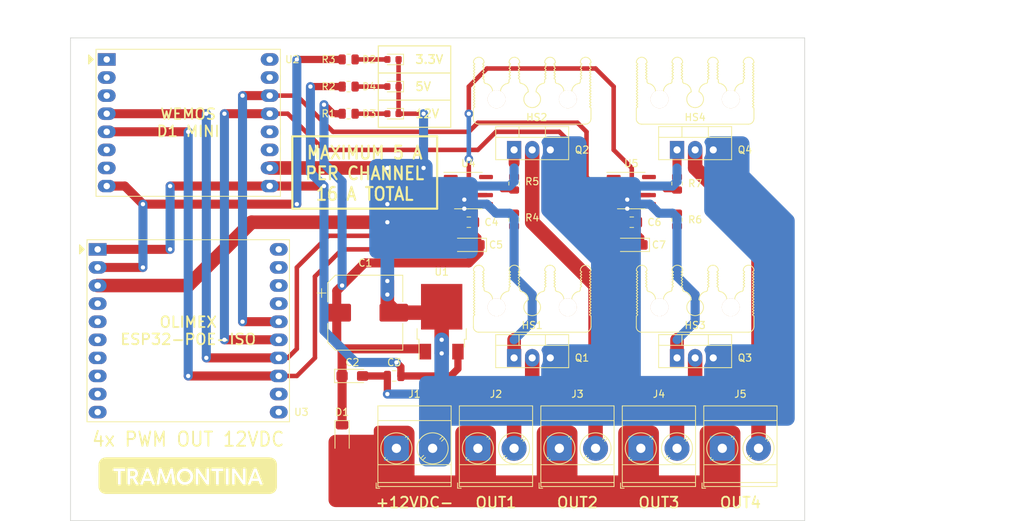
<source format=kicad_pcb>
(kicad_pcb (version 20240108) (generator "pcbnew") (generator_version "8.0")
  (title_block (title "ESP 6 Relay Module"))
  (layers (0 "F.Cu" signal) (31 "B.Cu" signal) (34 "B.Paste" user) (35 "F.Paste" user) (36 "B.SilkS" user "B.Silkscreen") (37 "F.SilkS" user "F.Silkscreen") (38 "B.Mask" user) (39 "F.Mask" user) (44 "Edge.Cuts" user))
  (net 0 "")
  (net 1 "+12VA")
  (net 2 "GNDREF")
  (net 3 "+5V")
  (net 4 "+12V")
  (net 5 "Net-(D2-Pad2)")
  (net 6 "Net-(D3-Pad2)")
  (net 7 "Net-(D4-Pad2)")
  (net 8 "Net-(J2-Pad2)")
  (net 9 "Net-(J3-Pad2)")
  (net 10 "Net-(J4-Pad2)")
  (net 11 "Net-(J5-Pad2)")
  (net 12 "Net-(Q1-Pad1)")
  (net 13 "Net-(Q2-Pad1)")
  (net 14 "Net-(Q3-Pad1)")
  (net 15 "Net-(Q4-Pad1)")
  (net 16 "+3V3")
  (net 20 "Net-(U2-Pad4)")
  (net 21 "Net-(U2-Pad5)")
  (net 26 "Net-(U2-Pad13)")
  (net 27 "Net-(U2-Pad14)")
  (net 47 "Net-(R4-Pad2)")
  (net 48 "Net-(R5-Pad2)")
  (net 49 "Net-(R6-Pad2)")
  (net 50 "Net-(R7-Pad2)")
  (footprint "Tales:TerminalBlock_Phoenix_MKDS-3-2-5.08_1x02_P5.08mm_Horizontal" (layer "F.Cu") (at 121.92 121.92)
    (property "Reference" "J2" (at 2.54 -7.62 0) (layer "F.SilkS"))
    (property "Value" "OUT1")
    (pad "1" thru_hole rect (at 0 0) (size 3.5 3.5) (drill 1.3) (layers "*.Cu" "*.Mask") (net 4 "+12V"))
    (pad "2" thru_hole circle (at 5.08 0) (size 3.5 3.5) (drill 1.3) (layers "*.Cu" "*.Mask") (net 8 "Net-(J2-Pad2)"))
  )
  (footprint "Tales:TerminalBlock_Phoenix_MKDS-3-2-5.08_1x02_P5.08mm_Horizontal" (layer "F.Cu") (at 133.35 121.92)
    (property "Reference" "J3" (at 2.54 -7.62 0) (layer "F.SilkS"))
    (property "Value" "OUT2")
    (pad "1" thru_hole rect (at 0 0) (size 3.5 3.5) (drill 1.3) (layers "*.Cu" "*.Mask") (net 4 "+12V"))
    (pad "2" thru_hole circle (at 5.08 0) (size 3.5 3.5) (drill 1.3) (layers "*.Cu" "*.Mask") (net 9 "Net-(J3-Pad2)"))
  )
  (footprint "Tales:TerminalBlock_Phoenix_MKDS-3-2-5.08_1x02_P5.08mm_Horizontal" (layer "F.Cu") (at 144.78 121.92)
    (property "Reference" "J4" (at 2.54 -7.62 0) (layer "F.SilkS"))
    (property "Value" "OUT3")
    (pad "1" thru_hole rect (at 0 0) (size 3.5 3.5) (drill 1.3) (layers "*.Cu" "*.Mask") (net 4 "+12V"))
    (pad "2" thru_hole circle (at 5.08 0) (size 3.5 3.5) (drill 1.3) (layers "*.Cu" "*.Mask") (net 10 "Net-(J4-Pad2)"))
  )
  (footprint "Tales:TerminalBlock_Phoenix_MKDS-3-2-5.08_1x02_P5.08mm_Horizontal" (layer "F.Cu") (at 156.21 121.92)
    (property "Reference" "J5" (at 2.54 -7.62 0) (layer "F.SilkS"))
    (property "Value" "OUT4")
    (pad "1" thru_hole rect (at 0 0) (size 3.5 3.5) (drill 1.3) (layers "*.Cu" "*.Mask") (net 4 "+12V"))
    (pad "2" thru_hole circle (at 5.08 0) (size 3.5 3.5) (drill 1.3) (layers "*.Cu" "*.Mask") (net 11 "Net-(J5-Pad2)"))
  )
  (footprint "Tales:TerminalBlock_Phoenix_MKDS-3-2-5.08_1x02_P5.08mm_Horizontal" (layer "F.Cu") (at 110.49 121.92)
    (property "Reference" "J1" (at 2.54 -7.62 0) (layer "F.SilkS"))
    (property "Value" "12VDC")
    (pad "1" thru_hole rect (at 0 0) (size 3.5 3.5) (drill 1.3) (layers "*.Cu" "*.Mask") (net 4 "+12V"))
    (pad "2" thru_hole circle (at 5.08 0) (size 3.5 3.5) (drill 1.3) (layers "*.Cu" "*.Mask") (net 2 "GNDREF"))
  )
  (footprint "Tales:Heatsink_16x10x25mm_2xFixationM3" (layer "F.Cu") (at 152.4 72.898)
    (property "Reference" "HS4" (at 0 2.54 0) (layer "F.SilkS"))
    (property "Value" "Heatsink_16x10x25mm_2xFixationM3")
    (pad "" np_thru_hole circle (at -5 0.000001) (size 2.5 2.5) (drill 2.5) (layers "*.Cu" "*.SilkS" "*.Mask"))
    (pad "" np_thru_hole circle (at 5 0) (size 2.5 2.5) (drill 2.5) (layers "*.Cu" "*.SilkS" "*.Mask"))
  )
  (footprint "Tales:Heatsink_16x10x25mm_2xFixationM3" (layer "F.Cu") (at 129.54 102.108)
    (property "Reference" "HS1" (at 0 2.54 0) (layer "F.SilkS"))
    (property "Value" "Heatsink_16x10x25mm_2xFixationM3")
    (pad "" np_thru_hole circle (at -5 0.000001) (size 2.5 2.5) (drill 2.5) (layers "*.Cu" "*.SilkS" "*.Mask"))
    (pad "" np_thru_hole circle (at 5 0) (size 2.5 2.5) (drill 2.5) (layers "*.Cu" "*.SilkS" "*.Mask"))
  )
  (footprint "Tales:Heatsink_16x10x25mm_2xFixationM3" (layer "F.Cu") (at 152.4 102.108)
    (property "Reference" "HS3" (at 0 2.54 0) (layer "F.SilkS"))
    (property "Value" "Heatsink_16x10x25mm_2xFixationM3")
    (pad "" np_thru_hole circle (at -5 0.000001) (size 2.5 2.5) (drill 2.5) (layers "*.Cu" "*.SilkS" "*.Mask"))
    (pad "" np_thru_hole circle (at 5 0) (size 2.5 2.5) (drill 2.5) (layers "*.Cu" "*.SilkS" "*.Mask"))
  )
  (footprint "Tales:Olimex_ESP32-POE_Pads" (layer "F.Cu") (at 68.58 93.98)
    (property "Reference" "U3" (at 28.575 22.86 0) (layer "F.SilkS"))
    (property "Value" "Olimex_ESP32-POE")
    (pad "1" thru_hole rect (at 0 0) (size 2.5 1.75) (drill 0.9) (layers "*.Cu" "*.Mask") (net 3 "+5V"))
    (pad "2" thru_hole oval (at 0 2.54) (size 2.5 1.75) (drill 0.9) (layers "*.Cu" "*.Mask") (net 16 "+3V3"))
    (pad "3" thru_hole oval (at 0 5.08) (size 2.5 1.75) (drill 0.9) (layers "*.Cu" "*.Mask") (net 2 "GNDREF"))
    (pad "4" thru_hole oval (at 0 7.62) (size 2.5 1.75) (drill 0.9) (layers "*.Cu" "*.Mask"))
    (pad "5" thru_hole oval (at 0 10.16) (size 2.5 1.75) (drill 0.9) (layers "*.Cu" "*.Mask"))
    (pad "6" thru_hole oval (at 0 12.7) (size 2.5 1.75) (drill 0.9) (layers "*.Cu" "*.Mask"))
    (pad "7" thru_hole oval (at 0 15.24) (size 2.5 1.75) (drill 0.9) (layers "*.Cu" "*.Mask"))
    (pad "8" thru_hole oval (at 0 17.78) (size 2.5 1.75) (drill 0.9) (layers "*.Cu" "*.Mask"))
    (pad "9" thru_hole oval (at 0 20.32) (size 2.5 1.75) (drill 0.9) (layers "*.Cu" "*.Mask"))
    (pad "10" thru_hole oval (at 0 22.86) (size 2.5 1.75) (drill 0.9) (layers "*.Cu" "*.Mask"))
    (pad "11" thru_hole oval (at 25.4 22.86) (size 2.5 1.75) (drill 0.9) (layers "*.Cu" "*.Mask"))
    (pad "12" thru_hole oval (at 25.4 20.32) (size 2.5 1.75) (drill 0.9) (layers "*.Cu" "*.Mask"))
    (pad "13" thru_hole oval (at 25.4 17.78) (size 2.5 1.75) (drill 0.9) (layers "*.Cu" "*.Mask") (net 21 "Net-(U2-Pad5)"))
    (pad "14" thru_hole oval (at 25.4 15.24) (size 2.5 1.75) (drill 0.9) (layers "*.Cu" "*.Mask") (net 20 "Net-(U2-Pad4)"))
    (pad "15" thru_hole oval (at 25.4 12.7) (size 2.5 1.75) (drill 0.9) (layers "*.Cu" "*.Mask") (net 26 "Net-(U2-Pad13)"))
    (pad "16" thru_hole oval (at 25.4 10.16) (size 2.5 1.75) (drill 0.9) (layers "*.Cu" "*.Mask") (net 27 "Net-(U2-Pad14)"))
    (pad "17" thru_hole oval (at 25.4 7.62) (size 2.5 1.75) (drill 0.9) (layers "*.Cu" "*.Mask"))
    (pad "18" thru_hole oval (at 25.4 5.08) (size 2.5 1.75) (drill 0.9) (layers "*.Cu" "*.Mask"))
    (pad "19" thru_hole oval (at 25.4 2.54) (size 2.5 1.75) (drill 0.9) (layers "*.Cu" "*.Mask"))
    (pad "20" thru_hole oval (at 25.4 0) (size 2.5 1.75) (drill 0.9) (layers "*.Cu" "*.Mask"))
  )
  (footprint "Tales:WEMOS_D1_mini_light_pads" (layer "F.Cu") (at 69.85 67.31)
    (property "Reference" "U2" (at 26.035 0 0) (layer "F.SilkS"))
    (property "Value" "WeMos_D1_mini")
    (pad "1" thru_hole rect (at 0 0) (size 2.5 1.75) (drill 0.9) (layers "*.Cu" "*.Mask"))
    (pad "2" thru_hole oval (at 0 2.54) (size 2.5 1.75) (drill 0.9) (layers "*.Cu" "*.Mask"))
    (pad "3" thru_hole oval (at 0 5.08) (size 2.5 1.75) (drill 0.9) (layers "*.Cu" "*.Mask"))
    (pad "4" thru_hole oval (at 0 7.62) (size 2.5 1.75) (drill 0.9) (layers "*.Cu" "*.Mask") (net 20 "Net-(U2-Pad4)"))
    (pad "5" thru_hole oval (at 0 10.16) (size 2.5 1.75) (drill 0.9) (layers "*.Cu" "*.Mask") (net 21 "Net-(U2-Pad5)"))
    (pad "6" thru_hole oval (at 0 12.7) (size 2.5 1.75) (drill 0.9) (layers "*.Cu" "*.Mask"))
    (pad "7" thru_hole oval (at 0 15.24) (size 2.5 1.75) (drill 0.9) (layers "*.Cu" "*.Mask"))
    (pad "8" thru_hole oval (at 0 17.78) (size 2.5 1.75) (drill 0.9) (layers "*.Cu" "*.Mask") (net 16 "+3V3"))
    (pad "9" thru_hole oval (at 22.86 17.78) (size 2.5 1.75) (drill 0.9) (layers "*.Cu" "*.Mask") (net 3 "+5V"))
    (pad "10" thru_hole oval (at 22.86 15.24) (size 2.5 1.75) (drill 0.9) (layers "*.Cu" "*.Mask") (net 2 "GNDREF"))
    (pad "11" thru_hole oval (at 22.86 12.7) (size 2.5 1.75) (drill 0.9) (layers "*.Cu" "*.Mask"))
    (pad "12" thru_hole oval (at 22.86 10.16) (size 2.5 1.75) (drill 0.9) (layers "*.Cu" "*.Mask"))
    (pad "13" thru_hole oval (at 22.86 7.62) (size 2.5 1.75) (drill 0.9) (layers "*.Cu" "*.Mask") (net 26 "Net-(U2-Pad13)"))
    (pad "14" thru_hole oval (at 22.86 5.08) (size 2.5 1.75) (drill 0.9) (layers "*.Cu" "*.Mask") (net 27 "Net-(U2-Pad14)"))
    (pad "15" thru_hole oval (at 22.86 2.54) (size 2.5 1.75) (drill 0.9) (layers "*.Cu" "*.Mask"))
    (pad "16" thru_hole oval (at 22.86 0) (size 2.5 1.75) (drill 0.9) (layers "*.Cu" "*.Mask"))
  )
  (footprint "Tales:CP_Elec_10x10" (layer "F.Cu") (at 106.12 102.87)
    (property "Reference" "C1" (at 0 -6.985 0) (layer "F.SilkS"))
    (property "Value" "100uF/35V/10x10")
    (pad "1" smd roundrect (at -4 0) (size 4 2.5) (layers "F.Cu" "F.Paste" "F.Mask") (roundrect_rratio 0.1) (net 1 "+12VA"))
    (pad "2" smd roundrect (at 4 0) (size 4 2.5) (layers "F.Cu" "F.Paste" "F.Mask") (roundrect_rratio 0.1) (net 2 "GNDREF"))
  )
  (footprint "Tales:CP_EIA-3216-18_Kemet-A_Pad1.58x1.35mm_HandSolder" (layer "F.Cu") (at 120.65 93.345 180)
    (property "Reference" "C5" (at -3.81 0 0) (layer "F.SilkS"))
    (property "Value" "1uF 35V")
    (pad "1" smd roundrect (at -1.4375 0 180) (size 1.575 1.35) (layers "F.Cu" "F.Paste" "F.Mask") (roundrect_rratio 0.185185) (net 1 "+12VA"))
    (pad "2" smd roundrect (at 1.4375 0 180) (size 1.575 1.35) (layers "F.Cu" "F.Paste" "F.Mask") (roundrect_rratio 0.185185) (net 2 "GNDREF"))
  )
  (footprint "Tales:TO-220-3_Vertical" (layer "F.Cu") (at 127 109.22)
    (property "Reference" "Q1" (at 9.525 0 0) (layer "F.SilkS"))
    (property "Value" "IRLB8721PBF")
    (pad "1" thru_hole rect (at 0 0) (size 2 2.5) (drill 1) (layers "*.Cu" "*.Mask") (net 12 "Net-(Q1-Pad1)"))
    (pad "2" thru_hole oval (at 2.54 0) (size 2 2.5) (drill 1) (layers "*.Cu" "*.Mask") (net 8 "Net-(J2-Pad2)"))
    (pad "3" thru_hole oval (at 5.08 0) (size 2 2.5) (drill 1) (layers "*.Cu" "*.Mask") (net 2 "GNDREF"))
  )
  (footprint "Tales:TO-220-3_Vertical" (layer "F.Cu") (at 127 80.01)
    (property "Reference" "Q2" (at 9.525 0 0) (layer "F.SilkS"))
    (property "Value" "IRLB8721PBF")
    (pad "1" thru_hole rect (at 0 0) (size 2 2.5) (drill 1) (layers "*.Cu" "*.Mask") (net 13 "Net-(Q2-Pad1)"))
    (pad "2" thru_hole oval (at 2.54 0) (size 2 2.5) (drill 1) (layers "*.Cu" "*.Mask") (net 9 "Net-(J3-Pad2)"))
    (pad "3" thru_hole oval (at 5.08 0) (size 2 2.5) (drill 1) (layers "*.Cu" "*.Mask") (net 2 "GNDREF"))
  )
  (footprint "Tales:TO-220-3_Vertical" (layer "F.Cu") (at 149.86 109.22)
    (property "Reference" "Q3" (at 9.525 0 0) (layer "F.SilkS"))
    (property "Value" "IRLB8721PBF")
    (pad "1" thru_hole rect (at 0 0) (size 2 2.5) (drill 1) (layers "*.Cu" "*.Mask") (net 14 "Net-(Q3-Pad1)"))
    (pad "2" thru_hole oval (at 2.54 0) (size 2 2.5) (drill 1) (layers "*.Cu" "*.Mask") (net 10 "Net-(J4-Pad2)"))
    (pad "3" thru_hole oval (at 5.08 0) (size 2 2.5) (drill 1) (layers "*.Cu" "*.Mask") (net 2 "GNDREF"))
  )
  (footprint "Tales:TO-220-3_Vertical" (layer "F.Cu") (at 149.86 80.01)
    (property "Reference" "Q4" (at 9.525 0 0) (layer "F.SilkS"))
    (property "Value" "IRLB8721PBF")
    (pad "1" thru_hole rect (at 0 0) (size 2 2.5) (drill 1) (layers "*.Cu" "*.Mask") (net 15 "Net-(Q4-Pad1)"))
    (pad "2" thru_hole oval (at 2.54 0) (size 2 2.5) (drill 1) (layers "*.Cu" "*.Mask") (net 11 "Net-(J5-Pad2)"))
    (pad "3" thru_hole oval (at 5.08 0) (size 2 2.5) (drill 1) (layers "*.Cu" "*.Mask") (net 2 "GNDREF"))
  )
  (footprint "Tales:SOIC-8_3.9x4.9mm_P1.27mm" (layer "F.Cu") (at 120.585 85.725)
    (property "Reference" "U4" (at 0 -3.81 0) (layer "F.SilkS"))
    (property "Value" "IR4427")
    (pad "1" smd roundrect (at -2.475 -1.905) (size 1.95 0.6) (layers "F.Cu" "F.Paste" "F.Mask"))
    (pad "2" smd roundrect (at -2.475 -0.635) (size 1.95 0.6) (layers "F.Cu" "F.Paste" "F.Mask") (net 20 "Net-(U2-Pad4)"))
    (pad "3" smd roundrect (at -2.475 0.635) (size 1.95 0.6) (layers "F.Cu" "F.Paste" "F.Mask") (net 2 "GNDREF"))
    (pad "4" smd roundrect (at -2.475 1.905) (size 1.95 0.6) (layers "F.Cu" "F.Paste" "F.Mask") (net 21 "Net-(U2-Pad5)"))
    (pad "5" smd roundrect (at 2.475 1.905) (size 1.95 0.6) (layers "F.Cu" "F.Paste" "F.Mask") (net 47 "Net-(R4-Pad2)"))
    (pad "6" smd roundrect (at 2.475 0.635) (size 1.95 0.6) (layers "F.Cu" "F.Paste" "F.Mask") (net 1 "+12VA"))
    (pad "7" smd roundrect (at 2.475 -0.635) (size 1.95 0.6) (layers "F.Cu" "F.Paste" "F.Mask") (net 48 "Net-(R5-Pad2)"))
    (pad "8" smd roundrect (at 2.475 -1.905) (size 1.95 0.6) (layers "F.Cu" "F.Paste" "F.Mask"))
  )
  (footprint "Tales:SOIC-8_3.9x4.9mm_P1.27mm" (layer "F.Cu") (at 143.445 85.725)
    (property "Reference" "U5" (at 0 -3.81 0) (layer "F.SilkS"))
    (property "Value" "IR4427")
    (pad "1" smd roundrect (at -2.475 -1.905) (size 1.95 0.6) (layers "F.Cu" "F.Paste" "F.Mask"))
    (pad "2" smd roundrect (at -2.475 -0.635) (size 1.95 0.6) (layers "F.Cu" "F.Paste" "F.Mask") (net 27 "Net-(U2-Pad14)"))
    (pad "3" smd roundrect (at -2.475 0.635) (size 1.95 0.6) (layers "F.Cu" "F.Paste" "F.Mask") (net 2 "GNDREF"))
    (pad "4" smd roundrect (at -2.475 1.905) (size 1.95 0.6) (layers "F.Cu" "F.Paste" "F.Mask") (net 26 "Net-(U2-Pad13)"))
    (pad "5" smd roundrect (at 2.475 1.905) (size 1.95 0.6) (layers "F.Cu" "F.Paste" "F.Mask") (net 49 "Net-(R6-Pad2)"))
    (pad "6" smd roundrect (at 2.475 0.635) (size 1.95 0.6) (layers "F.Cu" "F.Paste" "F.Mask") (net 1 "+12VA"))
    (pad "7" smd roundrect (at 2.475 -0.635) (size 1.95 0.6) (layers "F.Cu" "F.Paste" "F.Mask") (net 50 "Net-(R7-Pad2)"))
    (pad "8" smd roundrect (at 2.475 -1.905) (size 1.95 0.6) (layers "F.Cu" "F.Paste" "F.Mask"))
  )
  (footprint "Tales:Heatsink_16x10x25mm_2xFixationM3" (layer "F.Cu") (at 129.54 72.898)
    (property "Reference" "HS2" (at 0.635 2.540001 0) (layer "F.SilkS"))
    (property "Value" "Heatsink_16x10x25mm_2xFixationM3")
    (pad "" np_thru_hole circle (at -5 0.000001) (size 2.5 2.5) (drill 2.5) (layers "*.Cu" "*.SilkS" "*.Mask"))
    (pad "" np_thru_hole circle (at 5 0) (size 2.5 2.5) (drill 2.5) (layers "*.Cu" "*.SilkS" "*.Mask"))
  )
  (footprint "Tales:TO-252-2" (layer "F.Cu") (at 116.84 104.14 90)
    (property "Reference" "U1" (at 6.985 0 180) (layer "F.SilkS"))
    (property "Value" "L78M05")
    (pad "1" smd rect (at -4.2 -2.28 90) (size 2.2 1.6) (layers "F.Cu" "F.Paste" "F.Mask") (net 1 "+12VA"))
    (pad "2" smd rect (at 2.1 0 90) (size 6.4 5.8) (layers "F.Cu" "F.Mask") (net 2 "GNDREF"))
    (pad "3" smd rect (at -4.2 2.28 90) (size 2.2 1.6) (layers "F.Cu" "F.Paste" "F.Mask") (net 3 "+5V"))
  )
  (footprint "Tales:CP_EIA-3216-18_Kemet-A_Pad1.58x1.35mm_HandSolder" (layer "F.Cu") (at 143.51 93.345 180)
    (property "Reference" "C7" (at -3.81 0 0) (layer "F.SilkS"))
    (property "Value" "1uF 35V")
    (pad "1" smd roundrect (at -1.4375 0 180) (size 1.575 1.35) (layers "F.Cu" "F.Paste" "F.Mask") (roundrect_rratio 0.185185) (net 1 "+12VA"))
    (pad "2" smd roundrect (at 1.4375 0 180) (size 1.575 1.35) (layers "F.Cu" "F.Paste" "F.Mask") (roundrect_rratio 0.185185) (net 2 "GNDREF"))
  )
  (footprint "Tales:CP_EIA-3216-18_Kemet-A_Pad1.58x1.35mm_HandSolder" (layer "F.Cu") (at 104.3075 111.76)
    (property "Reference" "C2" (at 0 -1.905 0) (layer "F.SilkS"))
    (property "Value" "0,33uF/35V")
    (pad "1" smd roundrect (at -1.4375 0) (size 1.575 1.35) (layers "F.Cu" "F.Paste" "F.Mask") (roundrect_rratio 0.185185) (net 1 "+12VA"))
    (pad "2" smd roundrect (at 1.4375 0) (size 1.575 1.35) (layers "F.Cu" "F.Paste" "F.Mask") (roundrect_rratio 0.185185) (net 2 "GNDREF"))
  )
  (footprint "Tales:Logo_Tramontina_25mm" (layer "F.Cu") (at 81.28 125.73)
    (property "Reference" "REF**" (hide yes))
    (property "Value" "Logo_Tramontina_25mm" (hide yes))
  )
  (footprint "Tales:R_0805_2012Metric" (layer "F.Cu") (at 103.7825 74.93)
    (property "Reference" "R1" (at -2.8175 0 0) (layer "F.SilkS"))
    (property "Value" "2k2/0,125W/0805")
    (pad "1" smd roundrect (at -0.9125 0) (size 1.025 1.4) (layers "F.Cu" "F.Paste" "F.Mask") (roundrect_rratio 0.243902) (net 1 "+12VA"))
    (pad "2" smd roundrect (at 0.9125 0) (size 1.025 1.4) (layers "F.Cu" "F.Paste" "F.Mask") (roundrect_rratio 0.243902) (net 6 "Net-(D3-Pad2)"))
  )
  (footprint "Tales:R_0805_2012Metric" (layer "F.Cu") (at 103.7825 71.12)
    (property "Reference" "R2" (at -2.8175 0 0) (layer "F.SilkS"))
    (property "Value" "680R/0,125W/0805")
    (pad "1" smd roundrect (at -0.9125 0) (size 1.025 1.4) (layers "F.Cu" "F.Paste" "F.Mask") (roundrect_rratio 0.243902) (net 3 "+5V"))
    (pad "2" smd roundrect (at 0.9125 0) (size 1.025 1.4) (layers "F.Cu" "F.Paste" "F.Mask") (roundrect_rratio 0.243902) (net 7 "Net-(D4-Pad2)"))
  )
  (footprint "Tales:R_0805_2012Metric" (layer "F.Cu") (at 103.7825 67.31)
    (property "Reference" "R3" (at -2.8175 0 0) (layer "F.SilkS"))
    (property "Value" "270R/0,125W/0805")
    (pad "1" smd roundrect (at -0.9125 0) (size 1.025 1.4) (layers "F.Cu" "F.Paste" "F.Mask") (roundrect_rratio 0.243902) (net 16 "+3V3"))
    (pad "2" smd roundrect (at 0.9125 0) (size 1.025 1.4) (layers "F.Cu" "F.Paste" "F.Mask") (roundrect_rratio 0.243902) (net 5 "Net-(D2-Pad2)"))
  )
  (footprint "Tales:LED_0603_1608Metric" (layer "F.Cu") (at 110.0075 67.31 180)
    (property "Reference" "D2" (at 3.3275 0 0) (layer "F.SilkS"))
    (property "Value" "GREEN/0603")
    (pad "1" smd roundrect (at -0.7875 0 180) (size 0.875 0.95) (layers "F.Cu" "F.Paste" "F.Mask") (net 2 "GNDREF"))
    (pad "2" smd roundrect (at 0.7875 0 180) (size 0.875 0.95) (layers "F.Cu" "F.Paste" "F.Mask") (net 5 "Net-(D2-Pad2)"))
  )
  (footprint "Tales:LED_0603_1608Metric" (layer "F.Cu") (at 110.0075 74.93 180)
    (property "Reference" "D3" (at 3.3275 0 0) (layer "F.SilkS"))
    (property "Value" "GREEN/0603")
    (pad "1" smd roundrect (at -0.7875 0 180) (size 0.875 0.95) (layers "F.Cu" "F.Paste" "F.Mask") (net 2 "GNDREF"))
    (pad "2" smd roundrect (at 0.7875 0 180) (size 0.875 0.95) (layers "F.Cu" "F.Paste" "F.Mask") (net 6 "Net-(D3-Pad2)"))
  )
  (footprint "Tales:LED_0603_1608Metric" (layer "F.Cu") (at 110.0075 71.12 180)
    (property "Reference" "D4" (at 3.3275 0 0) (layer "F.SilkS"))
    (property "Value" "GREEN/0603")
    (pad "1" smd roundrect (at -0.7875 0 180) (size 0.875 0.95) (layers "F.Cu" "F.Paste" "F.Mask") (net 2 "GNDREF"))
    (pad "2" smd roundrect (at 0.7875 0 180) (size 0.875 0.95) (layers "F.Cu" "F.Paste" "F.Mask") (net 7 "Net-(D4-Pad2)"))
  )
  (footprint "Tales:D_SOD-123" (layer "F.Cu") (at 102.87 120.27 -90)
    (property "Reference" "D1" (at -3.43 0 180) (layer "F.SilkS"))
    (property "Value" "SM4007PL/SOD-123")
    (pad "1" smd roundrect (at -1.65 0 270) (size 1.3 1.75) (layers "F.Cu" "F.Paste" "F.Mask") (net 1 "+12VA"))
    (pad "2" smd roundrect (at 1.65 0 270) (size 1.3 1.75) (layers "F.Cu" "F.Paste" "F.Mask") (net 4 "+12V"))
  )
  (footprint "Tales:R_0805_2012Metric" (layer "F.Cu") (at 127 89.8125 90)
    (property "Reference" "R4" (at 0.2775 2.54 180) (layer "F.SilkS"))
    (property "Value" "0R/0,125W/0805")
    (pad "1" smd roundrect (at -0.9125 0 90) (size 1.025 1.4) (layers "F.Cu" "F.Paste" "F.Mask") (roundrect_rratio 0.243902) (net 12 "Net-(Q1-Pad1)"))
    (pad "2" smd roundrect (at 0.9125 0 90) (size 1.025 1.4) (layers "F.Cu" "F.Paste" "F.Mask") (roundrect_rratio 0.243902) (net 47 "Net-(R4-Pad2)"))
  )
  (footprint "Tales:R_0805_2012Metric" (layer "F.Cu") (at 149.86 89.8125 90)
    (property "Reference" "R6" (at 0 2.54 180) (layer "F.SilkS"))
    (property "Value" "0R/0,125W/0805")
    (pad "1" smd roundrect (at -0.9125 0 90) (size 1.025 1.4) (layers "F.Cu" "F.Paste" "F.Mask") (roundrect_rratio 0.243902) (net 14 "Net-(Q3-Pad1)"))
    (pad "2" smd roundrect (at 0.9125 0 90) (size 1.025 1.4) (layers "F.Cu" "F.Paste" "F.Mask") (roundrect_rratio 0.243902) (net 49 "Net-(R6-Pad2)"))
  )
  (footprint "Tales:R_0805_2012Metric" (layer "F.Cu") (at 127 84.7325 -90)
    (property "Reference" "R5" (at -0.2775 -2.54 180) (layer "F.SilkS"))
    (property "Value" "0R/0,125W/0805")
    (pad "1" smd roundrect (at -0.9125 0 270) (size 1.025 1.4) (layers "F.Cu" "F.Paste" "F.Mask") (roundrect_rratio 0.243902) (net 13 "Net-(Q2-Pad1)"))
    (pad "2" smd roundrect (at 0.9125 0 270) (size 1.025 1.4) (layers "F.Cu" "F.Paste" "F.Mask") (roundrect_rratio 0.243902) (net 48 "Net-(R5-Pad2)"))
  )
  (footprint "Tales:R_0805_2012Metric" (layer "F.Cu") (at 149.86 84.7325 -90)
    (property "Reference" "R7" (at 0 -2.54 180) (layer "F.SilkS"))
    (property "Value" "0R/0,125W/0805")
    (pad "1" smd roundrect (at -0.9125 0 270) (size 1.025 1.4) (layers "F.Cu" "F.Paste" "F.Mask") (roundrect_rratio 0.243902) (net 15 "Net-(Q4-Pad1)"))
    (pad "2" smd roundrect (at 0.9125 0 270) (size 1.025 1.4) (layers "F.Cu" "F.Paste" "F.Mask") (roundrect_rratio 0.243902) (net 50 "Net-(R7-Pad2)"))
  )
  (footprint "Tales:C_0805_2012Metric" (layer "F.Cu") (at 120.65 90.17 180)
    (property "Reference" "C4" (at -3.175 0 0) (layer "F.SilkS"))
    (property "Value" "0,1uF/50V/0805")
    (pad "1" smd roundrect (at -0.95 0 180) (size 1 1.45) (layers "F.Cu" "F.Paste" "F.Mask") (net 1 "+12VA"))
    (pad "2" smd roundrect (at 0.95 0 180) (size 1 1.45) (layers "F.Cu" "F.Paste" "F.Mask") (net 2 "GNDREF"))
  )
  (footprint "Tales:C_0805_2012Metric" (layer "F.Cu") (at 143.51 90.17 180)
    (property "Reference" "C6" (at -3.175 0 0) (layer "F.SilkS"))
    (property "Value" "0,1uF/50V/0805")
    (pad "1" smd roundrect (at -0.95 0 180) (size 1 1.45) (layers "F.Cu" "F.Paste" "F.Mask") (net 1 "+12VA"))
    (pad "2" smd roundrect (at 0.95 0 180) (size 1 1.45) (layers "F.Cu" "F.Paste" "F.Mask") (net 2 "GNDREF"))
  )
  (footprint "Tales:C_0805_2012Metric" (layer "F.Cu") (at 110.17 111.76 180)
    (property "Reference" "C3" (at 0 1.905 0) (layer "F.SilkS"))
    (property "Value" "0,1uF/50V/0805")
    (pad "1" smd roundrect (at -0.95 0 180) (size 1 1.45) (layers "F.Cu" "F.Paste" "F.Mask") (net 3 "+5V"))
    (pad "2" smd roundrect (at 0.95 0 180) (size 1 1.45) (layers "F.Cu" "F.Paste" "F.Mask") (net 2 "GNDREF"))
  )
  (gr_line (start 107.95 69.215) (end 118.11 69.215) (stroke (width 0.15)) (layer "F.SilkS"))
  (gr_line (start 118.11 76.835) (end 118.11 65.405) (stroke (width 0.15)) (layer "F.SilkS"))
  (gr_line (start 107.95 76.835) (end 118.11 76.835) (stroke (width 0.15)) (layer "F.SilkS"))
  (gr_line (start 118.11 65.405) (end 107.95 65.405) (stroke (width 0.15)) (layer "F.SilkS"))
  (gr_line (start 107.95 73.025) (end 118.11 73.025) (stroke (width 0.15)) (layer "F.SilkS"))
  (gr_line (start 107.95 65.405) (end 107.95 76.835) (stroke (width 0.15)) (layer "F.SilkS"))
  (gr_line (start 95.885 88.265) (end 95.885 78.105) (stroke (width 0.3)) (layer "F.SilkS"))
  (gr_line (start 116.205 78.105) (end 116.205 88.265) (stroke (width 0.3)) (layer "F.SilkS"))
  (gr_line (start 95.885 78.105) (end 116.205 78.105) (stroke (width 0.3)) (layer "F.SilkS"))
  (gr_line (start 116.205 88.265) (end 95.885 88.265) (stroke (width 0.3)) (layer "F.SilkS"))
  (gr_line (start 64.77 132.08) (end 167.77 132.08) (stroke (width 0.1)) (layer "Edge.Cuts"))
  (gr_line (start 167.77 64.28) (end 64.77 64.28) (stroke (width 0.1)) (layer "Edge.Cuts"))
  (gr_line (start 167.77 132.08) (end 167.77 64.28) (stroke (width 0.1)) (layer "Edge.Cuts"))
  (gr_line (start 64.77 64.28) (end 64.77 132.08) (stroke (width 0.1)) (layer "Edge.Cuts"))
  (gr_text "OUT2" (at 135.89 129.54 0) (layer "F.SilkS") (effects (font (size 1.5 1.5) (thickness 0.25))))
  (gr_text "OUT1" (at 124.46 129.54 0) (layer "F.SilkS") (effects (font (size 1.5 1.5) (thickness 0.25))))
  (gr_text "OUT3" (at 147.32 129.54 0) (layer "F.SilkS") (effects (font (size 1.5 1.5) (thickness 0.25))))
  (gr_text "OUT4" (at 158.75 129.54 0) (layer "F.SilkS") (effects (font (size 1.5 1.5) (thickness 0.25))))
  (gr_text "+12VDC-" (at 113.03 129.54 0) (layer "F.SilkS") (effects (font (size 1.5 1.5) (thickness 0.25))))
  (gr_text "4x PWM OUT 12VDC" (at 81.28 120.65 0) (layer "F.SilkS") (effects (font (size 2 1.8) (thickness 0.25))))
  (gr_text "12V" (at 113.03 74.93 0) (layer "F.SilkS") (effects (font (size 1.2 1.2) (thickness 0.2)) (justify left)))
  (gr_text "5V" (at 113.03 71.12 0) (layer "F.SilkS") (effects (font (size 1.2 1.2) (thickness 0.2)) (justify left)))
  (gr_text "3.3V" (at 113.03 67.31 0) (layer "F.SilkS") (effects (font (size 1.2 1.2) (thickness 0.2)) (justify left)))
  (gr_text "WEMOS\nD1 MINI" (at 81.28 76.2 0) (layer "F.SilkS") (effects (font (size 1.5 1.5) (thickness 0.25))))
  (gr_text "OLIMEX\nESP32-POE-ISO" (at 81.28 105.41 0) (layer "F.SilkS") (effects (font (size 1.5 1.5) (thickness 0.25))))
  (gr_text "MAXIMUM 5 A\nPER CHANNEL\n16 A TOTAL" (at 106.045 83.312 0) (layer "F.SilkS") (effects (font (size 1.8 1.6) (thickness 0.3))))
  (segment (start 120.65 95.885) (end 122.0875 94.4475) (width 1.27) (layer "F.Cu") (net 1))
  (segment (start 122.0875 94.4475) (end 122.0875 93.345) (width 1.27) (layer "F.Cu") (net 1))
  (segment (start 102.87 107.95) (end 114.17 107.95) (width 1.27) (layer "F.Cu") (net 1))
  (segment (start 138.43 68.58) (end 123.19 68.58) (width 0.635) (layer "F.Cu") (net 1))
  (segment (start 144.46 90.17) (end 144.46 91.755) (width 0.635) (layer "F.Cu") (net 1))
  (segment (start 120.65 85.725) (end 120.65 81.28) (width 0.635) (layer "F.Cu") (net 1))
  (segment (start 121.6 90.17) (end 121.6 88.58) (width 0.635) (layer "F.Cu") (net 1))
  (segment (start 121.6 88.58) (end 121.285 88.265) (width 0.635) (layer "F.Cu") (net 1))
  (segment (start 144.46 91.755) (end 144.9475 92.2425) (width 0.635) (layer "F.Cu") (net 1))
  (segment (start 143.51 82.55) (end 140.97 80.01) (width 0.635) (layer "F.Cu") (net 1))
  (segment (start 114.17 107.95) (end 114.56 108.34) (width 1.27) (layer "F.Cu") (net 1))
  (segment (start 120.65 85.725) (end 121.285 86.36) (width 0.635) (layer "F.Cu") (net 1))
  (segment (start 102.87 111.76) (end 102.87 118.62) (width 1.27) (layer "F.Cu") (net 1))
  (segment (start 144.145 88.265) (end 144.145 86.36) (width 0.635) (layer "F.Cu") (net 1))
  (segment (start 121.285 88.265) (end 121.285 86.36) (width 0.635) (layer "F.Cu") (net 1))
  (segment (start 122.0875 92.2425) (end 122.0875 93.345) (width 0.635) (layer "F.Cu") (net 1))
  (segment (start 100.33 73.66) (end 101.6 74.93) (width 1.016) (layer "F.Cu") (net 1))
  (segment (start 102.87 99.06) (end 106.045 95.885) (width 1.27) (layer "F.Cu") (net 1))
  (segment (start 144.145 86.36) (end 143.51 85.725) (width 0.635) (layer "F.Cu") (net 1))
  (segment (start 102.12 102.87) (end 102.12 99.81) (width 1.27) (layer "F.Cu") (net 1))
  (segment (start 101.6 74.93) (end 102.87 74.93) (width 1.016) (layer "F.Cu") (net 1))
  (segment (start 140.97 71.12) (end 138.43 68.58) (width 0.635) (layer "F.Cu") (net 1))
  (segment (start 144.9475 92.2425) (end 144.9475 93.345) (width 0.635) (layer "F.Cu") (net 1))
  (segment (start 143.51 85.725) (end 143.51 82.55) (width 0.635) (layer "F.Cu") (net 1))
  (segment (start 140.97 80.01) (end 140.97 71.12) (width 0.635) (layer "F.Cu") (net 1))
  (segment (start 106.045 95.885) (end 120.65 95.885) (width 1.27) (layer "F.Cu") (net 1))
  (segment (start 102.12 102.87) (end 102.12 107.2) (width 1.27) (layer "F.Cu") (net 1))
  (segment (start 102.12 99.81) (end 102.87 99.06) (width 1.27) (layer "F.Cu") (net 1))
  (segment (start 102.12 107.2) (end 102.87 107.95) (width 1.27) (layer "F.Cu") (net 1))
  (segment (start 102.87 111.76) (end 102.87 107.95) (width 1.27) (layer "F.Cu") (net 1))
  (segment (start 121.6 91.755) (end 122.0875 92.2425) (width 0.635) (layer "F.Cu") (net 1))
  (segment (start 144.145 86.36) (end 145.985 86.36) (width 0.635) (layer "F.Cu") (net 1))
  (segment (start 123.19 68.58) (end 120.65 71.12) (width 0.635) (layer "F.Cu") (net 1))
  (segment (start 120.65 71.12) (end 120.65 74.93) (width 0.635) (layer "F.Cu") (net 1))
  (segment (start 121.6 90.17) (end 121.6 91.755) (width 0.635) (layer "F.Cu") (net 1))
  (segment (start 144.46 88.58) (end 144.145 88.265) (width 0.635) (layer "F.Cu") (net 1))
  (segment (start 144.46 90.17) (end 144.46 88.58) (width 0.635) (layer "F.Cu") (net 1))
  (segment (start 121.285 86.36) (end 123.06 86.36) (width 0.635) (layer "F.Cu") (net 1))
  (via (at 120.65 74.93) (size 1.2) (drill 0.6) (layers "F.Cu" "B.Cu") (net 1))
  (via (at 120.65 81.28) (size 1.2) (drill 0.6) (layers "F.Cu" "B.Cu") (net 1))
  (via (at 100.33 73.66) (size 1.2) (drill 0.6) (layers "F.Cu" "B.Cu") (net 1))
  (via (at 102.87 99.06) (size 1.2) (drill 0.6) (layers "F.Cu" "B.Cu") (net 1))
  (segment (start 102.87 84.455) (end 102.87 99.06) (width 1.27) (layer "B.Cu") (net 1))
  (segment (start 100.33 73.66) (end 100.33 81.915) (width 1.27) (layer "B.Cu") (net 1))
  (segment (start 100.33 81.915) (end 102.87 84.455) (width 1.27) (layer "B.Cu") (net 1))
  (segment (start 120.65 74.93) (end 120.65 81.28) (width 0.635) (layer "B.Cu") (net 1))
  (segment (start 109.22 90.17) (end 90.17 90.17) (width 1.905) (layer "F.Cu") (net 2))
  (segment (start 142.875 88.265) (end 142.875 86.995) (width 1.27) (layer "F.Cu") (net 2))
  (segment (start 120.015 88.265) (end 120.015 86.995) (width 1.27) (layer "F.Cu") (net 2))
  (segment (start 120.015 86.995) (end 119.38 86.36) (width 0.635) (layer "F.Cu") (net 2))
  (segment (start 119.38 86.36) (end 118.11 86.36) (width 0.635) (layer "F.Cu") (net 2))
  (segment (start 90.17 90.17) (end 81.28 99.06) (width 1.905) (layer "F.Cu") (net 2))
  (segment (start 116.01 102.87) (end 116.84 102.04) (width 2.032) (layer "F.Cu") (net 2))
  (segment (start 109.22 114.3) (end 109.22 111.76) (width 1.016) (layer "F.Cu") (net 2))
  (segment (start 119.7 90.17) (end 119.7 91.755) (width 0.635) (layer "F.Cu") (net 2))
  (segment (start 142.56 91.755) (end 142.0725 92.2425) (width 0.635) (layer "F.Cu") (net 2))
  (segment (start 142.56 90.17) (end 142.56 91.755) (width 0.635) (layer "F.Cu") (net 2))
  (segment (start 142.875 86.995) (end 142.24 86.36) (width 0.635) (layer "F.Cu") (net 2))
  (segment (start 141.9475 93.22) (end 142.0725 93.345) (width 1.27) (layer "F.Cu") (net 2))
  (segment (start 119.2125 92.2425) (end 119.2125 93.345) (width 0.635) (layer "F.Cu") (net 2))
  (segment (start 110.12 102.5) (end 109.22 101.6) (width 1.905) (layer "F.Cu") (net 2))
  (segment (start 110.795 71.12) (end 110.795 67.31) (width 0.635) (layer "F.Cu") (net 2))
  (segment (start 120.015 88.265) (end 120.015 89.855) (width 0.635) (layer "F.Cu") (net 2))
  (segment (start 109.22 90.17) (end 109.22 87.63) (width 1.905) (layer "F.Cu") (net 2))
  (segment (start 109.22 111.76) (end 105.745 111.76) (width 1.016) (layer "F.Cu") (net 2))
  (segment (start 116.84 108.585) (end 116.84 102.04) (width 2.032) (layer "F.Cu") (net 2))
  (segment (start 110.12 102.87) (end 110.12 102.5) (width 1.905) (layer "F.Cu") (net 2))
  (segment (start 120.015 89.855) (end 119.7 90.17) (width 0.635) (layer "F.Cu") (net 2))
  (segment (start 110.12 102.87) (end 116.01 102.87) (width 2.032) (layer "F.Cu") (net 2))
  (segment (start 142.24 86.36) (end 141.035 86.36) (width 0.635) (layer "F.Cu") (net 2))
  (segment (start 109.22 82.55) (end 114.3 82.55) (width 1.905) (layer "F.Cu") (net 2))
  (segment (start 110.795 74.93) (end 110.795 71.12) (width 0.635) (layer "F.Cu") (net 2))
  (segment (start 114.3 74.93) (end 110.795 74.93) (width 0.635) (layer "F.Cu") (net 2))
  (segment (start 81.28 99.06) (end 68.58 99.06) (width 1.905) (layer "F.Cu") (net 2))
  (segment (start 142.875 89.855) (end 142.56 90.17) (width 0.635) (layer "F.Cu") (net 2))
  (segment (start 142.0725 92.2425) (end 142.0725 93.345) (width 0.635) (layer "F.Cu") (net 2))
  (segment (start 142.875 88.265) (end 142.875 89.855) (width 0.635) (layer "F.Cu") (net 2))
  (segment (start 92.71 82.55) (end 109.22 82.55) (width 1.905) (layer "F.Cu") (net 2))
  (segment (start 109.22 101.6) (end 109.22 98.425) (width 1.905) (layer "F.Cu") (net 2))
  (segment (start 119.7 91.755) (end 119.2125 92.2425) (width 0.635) (layer "F.Cu") (net 2))
  (via (at 142.875 86.995) (size 1.2) (drill 0.6) (layers "F.Cu" "B.Cu") (net 2))
  (via (at 116.84 108.585) (size 1.2) (drill 0.6) (layers "F.Cu" "B.Cu") (net 2))
  (via (at 109.22 87.63) (size 1.2) (drill 0.6) (layers "F.Cu" "B.Cu") (net 2))
  (via (at 120.015 86.995) (size 1.2) (drill 0.6) (layers "F.Cu" "B.Cu") (net 2))
  (via (at 109.22 98.425) (size 1.2) (drill 0.6) (layers "F.Cu" "B.Cu") (net 2))
  (via (at 109.22 82.55) (size 1.2) (drill 0.6) (layers "F.Cu" "B.Cu") (net 2))
  (via (at 109.22 90.17) (size 1.2) (drill 0.6) (layers "F.Cu" "B.Cu") (net 2))
  (via (at 109.22 100.33) (size 1.2) (drill 0.6) (layers "F.Cu" "B.Cu") (net 2))
  (via (at 114.3 74.93) (size 1.2) (drill 0.6) (layers "F.Cu" "B.Cu") (net 2))
  (via (at 120.015 88.265) (size 1.2) (drill 0.6) (layers "F.Cu" "B.Cu") (net 2))
  (via (at 109.22 114.3) (size 1.2) (drill 0.6) (layers "F.Cu" "B.Cu") (net 2))
  (via (at 142.875 88.265) (size 1.2) (drill 0.6) (layers "F.Cu" "B.Cu") (net 2))
  (via (at 114.3 82.55) (size 1.2) (drill 0.6) (layers "F.Cu" "B.Cu") (net 2))
  (via (at 116.84 106.68) (size 1.2) (drill 0.6) (layers "F.Cu" "B.Cu") (net 2))
  (segment (start 116.84 108.585) (end 116.84 106.68) (width 2.032) (layer "B.Cu") (net 2))
  (segment (start 144.145 87.63) (end 146.05 87.63) (width 1.27) (layer "B.Cu") (net 2))
  (segment (start 133.35 81.28) (end 133.35 88.9) (width 2.032) (layer "B.Cu") (net 2))
  (segment (start 115.57 116.84) (end 115.57 114.3) (width 2.032) (layer "B.Cu") (net 2))
  (segment (start 142.875 86.995) (end 142.875 85.725) (width 1.27) (layer "B.Cu") (net 2))
  (segment (start 156.21 109.22) (end 154.94 109.22) (width 2.032) (layer "B.Cu") (net 2))
  (segment (start 116.84 113.03) (end 116.84 108.585) (width 2.032) (layer "B.Cu") (net 2))
  (segment (start 115.57 114.3) (end 109.22 114.3) (width 1.27) (layer "B.Cu") (net 2))
  (segment (start 142.875 85.725) (end 143.51 85.09) (width 1.27) (layer "B.Cu") (net 2))
  (segment (start 126.365 85.09) (end 127 84.455) (width 1.27) (layer "B.Cu") (net 2))
  (segment (start 157.48 110.49) (end 156.21 109.22) (width 2.032) (layer "B.Cu") (net 2))
  (segment (start 120.015 86.995) (end 120.015 85.725) (width 1.27) (layer "B.Cu") (net 2))
  (segment (start 121.285 87.63) (end 123.19 87.63) (width 1.27) (layer "B.Cu") (net 2))
  (segment (start 143.51 88.265) (end 144.145 87.63) (width 1.27) (layer "B.Cu") (net 2))
  (segment (start 146.05 87.63) (end 147.32 88.9) (width 1.27) (layer "B.Cu") (net 2))
  (segment (start 143.51 85.09) (end 149.225 85.09) (width 1.27) (layer "B.Cu") (net 2))
  (segment (start 149.86 97.79) (end 152.4 100.33) (width 1.27) (layer "B.Cu") (net 2))
  (segment (start 165.1 90.17) (end 154.94 80.01) (width 2.032) (layer "B.Cu") (net 2))
  (segment (start 132.08 80.01) (end 133.35 81.28) (width 2.032) (layer "B.Cu") (net 2))
  (segment (start 142.24 97.79) (end 142.24 116.84) (width 2.032) (layer "B.Cu") (net 2))
  (segment (start 111.125 88.265) (end 109.22 90.17) (width 1.016) (layer "B.Cu") (net 2))
  (segment (start 152.4 100.33) (end 152.4 104.14) (width 1.27) (layer "B.Cu") (net 2))
  (segment (start 115.57 116.84) (end 161.29 116.84) (width 2.032) (layer "B.Cu") (net 2))
  (segment (start 123.19 87.63) (end 124.46 88.9) (width 1.27) (layer "B.Cu") (net 2))
  (segment (start 142.875 88.265) (end 143.51 88.265) (width 1.27) (layer "B.Cu") (net 2))
  (segment (start 134.62 110.49) (end 133.35 109.22) (width 2.032) (layer "B.Cu") (net 2))
  (segment (start 127 97.79) (end 129.54 100.33) (width 1.27) (layer "B.Cu") (net 2))
  (segment (start 120.65 88.265) (end 121.285 87.63) (width 1.27) (layer "B.Cu") (net 2))
  (segment (start 142.875 88.265) (end 137.795 93.345) (width 1.27) (layer "B.Cu") (net 2))
  (segment (start 152.4 104.14) (end 149.86 106.68) (width 1.27) (layer "B.Cu") (net 2))
  (segment (start 133.35 109.22) (end 132.08 109.22) (width 2.032) (layer "B.Cu") (net 2))
  (segment (start 161.29 116.84) (end 165.1 113.03) (width 2.032) (layer "B.Cu") (net 2))
  (segment (start 120.015 88.265) (end 120.65 88.265) (width 1.27) (layer "B.Cu") (net 2))
  (segment (start 129.54 104.14) (end 127 106.68) (width 1.27) (layer "B.Cu") (net 2))
  (segment (start 149.225 85.09) (end 149.86 84.455) (width 1.27) (layer "B.Cu") (net 2))
  (segment (start 127 84.455) (end 127 82.55) (width 1.27) (layer "B.Cu") (net 2))
  (segment (start 133.35 88.9) (end 142.24 97.79) (width 2.032) (layer "B.Cu") (net 2))
  (segment (start 149.225 88.9) (end 149.86 89.535) (width 1.27) (layer "B.Cu") (net 2))
  (segment (start 120.65 85.09) (end 126.365 85.09) (width 1.27) (layer "B.Cu") (net 2))
  (segment (start 127 89.535) (end 127 97.79) (width 1.27) (layer "B.Cu") (net 2))
  (segment (start 149.86 89.535) (end 149.86 97.79) (width 1.27) (layer "B.Cu") (net 2))
  (segment (start 114.3 74.93) (end 114.3 82.55) (width 1.27) (layer "B.Cu") (net 2))
  (segment (start 134.62 116.84) (end 134.62 110.49) (width 2.032) (layer "B.Cu") (net 2))
  (segment (start 120.015 88.265) (end 111.125 88.265) (width 1.016) (layer "B.Cu") (net 2))
  (segment (start 120.015 85.725) (end 120.65 85.09) (width 1.27) (layer "B.Cu") (net 2))
  (segment (start 129.54 100.33) (end 129.54 104.14) (width 1.27) (layer "B.Cu") (net 2))
  (segment (start 157.48 116.84) (end 157.48 110.49) (width 2.032) (layer "B.Cu") (net 2))
  (segment (start 147.32 88.9) (end 149.225 88.9) (width 1.27) (layer "B.Cu") (net 2))
  (segment (start 149.86 84.455) (end 149.86 82.55) (width 1.27) (layer "B.Cu") (net 2))
  (segment (start 124.46 88.9) (end 126.365 88.9) (width 1.27) (layer "B.Cu") (net 2))
  (segment (start 115.57 114.3) (end 116.84 113.03) (width 2.032) (layer "B.Cu") (net 2))
  (segment (start 165.1 113.03) (end 165.1 90.17) (width 2.032) (layer "B.Cu") (net 2))
  (segment (start 109.22 82.55) (end 109.22 100.33) (width 1.905) (layer "B.Cu") (net 2))
  (segment (start 126.365 88.9) (end 127 89.535) (width 1.27) (layer "B.Cu") (net 2))
  (segment (start 115.57 121.92) (end 115.57 116.84) (width 2.032) (layer "B.Cu") (net 2))
  (segment (start 118.11 111.76) (end 119.12 110.75) (width 1.016) (layer "F.Cu") (net 3))
  (segment (start 68.58 93.98) (end 78.74 93.98) (width 1.27) (layer "F.Cu") (net 3))
  (segment (start 92.71 85.09) (end 100.33 85.09) (width 1.27) (layer "F.Cu") (net 3))
  (segment (start 111.12 111.76) (end 111.12 110.485) (width 1.016) (layer "F.Cu") (net 3))
  (segment (start 78.74 85.09) (end 92.71 85.09) (width 1.27) (layer "F.Cu") (net 3))
  (segment (start 119.12 110.75) (end 119.12 108.34) (width 1.016) (layer "F.Cu") (net 3))
  (segment (start 98.425 71.12) (end 102.87 71.12) (width 1.016) (layer "F.Cu") (net 3))
  (segment (start 111.12 111.76) (end 118.11 111.76) (width 1.016) (layer "F.Cu") (net 3))
  (segment (start 111.12 110.485) (end 110.49 109.855) (width 1.016) (layer "F.Cu") (net 3))
  (via (at 78.74 85.09) (size 1.2) (drill 0.6) (layers "F.Cu" "B.Cu") (net 3))
  (via (at 100.33 85.09) (size 1.2) (drill 0.6) (layers "F.Cu" "B.Cu") (net 3))
  (via (at 78.74 93.98) (size 1.2) (drill 0.6) (layers "F.Cu" "B.Cu") (net 3))
  (via (at 110.49 109.855) (size 1.2) (drill 0.6) (layers "F.Cu" "B.Cu") (net 3))
  (via (at 98.425 71.12) (size 1.2) (drill 0.6) (layers "F.Cu" "B.Cu") (net 3))
  (segment (start 98.425 83.185) (end 100.33 85.09) (width 1.27) (layer "B.Cu") (net 3))
  (segment (start 100.33 105.41) (end 104.775 109.855) (width 1.27) (layer "B.Cu") (net 3))
  (segment (start 104.775 109.855) (end 110.49 109.855) (width 1.27) (layer "B.Cu") (net 3))
  (segment (start 100.33 85.09) (end 100.33 105.41) (width 1.27) (layer "B.Cu") (net 3))
  (segment (start 78.74 93.98) (end 78.74 85.09) (width 1.27) (layer "B.Cu") (net 3))
  (segment (start 98.425 71.12) (end 98.425 83.185) (width 1.27) (layer "B.Cu") (net 3))
  (segment (start 144.78 121.92) (end 144.78 128.27) (width 3.81) (layer "F.Cu") (net 4))
  (segment (start 110.49 121.92) (end 110.49 128.27) (width 3.81) (layer "F.Cu") (net 4))
  (segment (start 144.78 128.27) (end 156.21 128.27) (width 3.81) (layer "F.Cu") (net 4))
  (segment (start 133.35 121.92) (end 133.35 128.27) (width 3.81) (layer "F.Cu") (net 4))
  (segment (start 110.49 121.92) (end 102.87 121.92) (width 1.016) (layer "F.Cu") (net 4))
  (segment (start 110.49 128.27) (end 121.92 128.27) (width 3.81) (layer "F.Cu") (net 4))
  (segment (start 156.21 128.27) (end 156.21 121.92) (width 3.81) (layer "F.Cu") (net 4))
  (segment (start 121.92 121.92) (end 121.92 128.27) (width 3.81) (layer "F.Cu") (net 4))
  (segment (start 121.92 128.27) (end 144.78 128.27) (width 3.81) (layer "F.Cu") (net 4))
  (segment (start 104.695 67.31) (end 109.22 67.31) (width 0.635) (layer "F.Cu") (net 5))
  (segment (start 104.695 74.93) (end 109.22 74.93) (width 0.635) (layer "F.Cu") (net 6))
  (segment (start 104.695 71.12) (end 109.22 71.12) (width 0.635) (layer "F.Cu") (net 7))
  (segment (start 127 116.84) (end 127 121.92) (width 2.032) (layer "F.Cu") (net 8))
  (segment (start 129.54 109.22) (end 129.54 114.3) (width 2.032) (layer "F.Cu") (net 8))
  (segment (start 129.54 114.3) (end 127 116.84) (width 2.032) (layer "F.Cu") (net 8))
  (segment (start 129.54 90.17) (end 138.43 99.06) (width 2.032) (layer "F.Cu") (net 9))
  (segment (start 138.43 99.06) (end 138.43 121.92) (width 2.032) (layer "F.Cu") (net 9))
  (segment (start 129.54 80.01) (end 129.54 90.17) (width 2.032) (layer "F.Cu") (net 9))
  (segment (start 149.86 116.84) (end 149.86 121.92) (width 2.032) (layer "F.Cu") (net 10))
  (segment (start 152.4 109.22) (end 152.4 114.3) (width 2.032) (layer "F.Cu") (net 10))
  (segment (start 152.4 114.3) (end 149.86 116.84) (width 2.032) (layer "F.Cu") (net 10))
  (segment (start 161.29 91.44) (end 161.29 121.92) (width 2.032) (layer "F.Cu") (net 11))
  (segment (start 152.4 82.55) (end 161.29 91.44) (width 2.032) (layer "F.Cu") (net 11))
  (segment (start 152.4 80.01) (end 152.4 82.55) (width 2.032) (layer "F.Cu") (net 11))
  (segment (start 127 109.22) (end 127 106.68) (width 1.905) (layer "F.Cu") (net 12))
  (segment (start 127 106.68) (end 129.54 104.14) (width 1.016) (layer "F.Cu") (net 12))
  (segment (start 129.54 104.14) (end 129.54 100.33) (width 1.016) (layer "F.Cu") (net 12))
  (segment (start 127 97.79) (end 127 90.725) (width 1.016) (layer "F.Cu") (net 12))
  (segment (start 129.54 100.33) (end 127 97.79) (width 1.016) (layer "F.Cu") (net 12))
  (segment (start 127 81.915) (end 127 83.82) (width 1.016) (layer "F.Cu") (net 13))
  (segment (start 127 80.01) (end 127 81.915) (width 1.524) (layer "F.Cu") (net 13))
  (segment (start 149.86 90.725) (end 149.86 97.79) (width 1.016) (layer "F.Cu") (net 14))
  (segment (start 152.4 104.14) (end 149.86 106.68) (width 1.016) (layer "F.Cu") (net 14))
  (segment (start 152.4 100.33) (end 152.4 104.14) (width 1.016) (layer "F.Cu") (net 14))
  (segment (start 149.86 106.68) (end 149.86 109.22) (width 1.905) (layer "F.Cu") (net 14))
  (segment (start 149.86 97.79) (end 152.4 100.33) (width 1.016) (layer "F.Cu") (net 14))
  (segment (start 149.86 83.81) (end 149.86 80.01) (width 1.27) (layer "F.Cu") (net 15))
  (segment (start 68.58 96.52) (end 74.93 96.52) (width 1.27) (layer "F.Cu") (net 16))
  (segment (start 69.85 85.09) (end 72.39 85.09) (width 1.27) (layer "F.Cu") (net 16))
  (segment (start 72.39 85.09) (end 74.93 87.63) (width 1.27) (layer "F.Cu") (net 16))
  (segment (start 96.52 67.31) (end 102.87 67.31) (width 1.016) (layer "F.Cu") (net 16))
  (segment (start 74.93 87.63) (end 96.52 87.63) (width 1.27) (layer "F.Cu") (net 16))
  (via (at 96.52 87.63) (size 1.2) (drill 0.6) (layers "F.Cu" "B.Cu") (net 16))
  (via (at 96.52 67.31) (size 1.2) (drill 0.6) (layers "F.Cu" "B.Cu") (net 16))
  (via (at 74.93 87.63) (size 1.2) (drill 0.6) (layers "F.Cu" "B.Cu") (net 16))
  (via (at 74.93 96.52) (size 1.2) (drill 0.6) (layers "F.Cu" "B.Cu") (net 16))
  (segment (start 74.93 96.52) (end 74.93 87.63) (width 1.27) (layer "B.Cu") (net 16))
  (segment (start 96.52 87.63) (end 96.52 67.31) (width 1.27) (layer "B.Cu") (net 16))
  (segment (start 83.82 109.22) (end 93.98 109.22) (width 1.27) (layer "F.Cu") (net 20))
  (segment (start 93.98 109.22) (end 95.25 109.22) (width 0.635) (layer "F.Cu") (net 20))
  (segment (start 96.52 96.52) (end 100.965 92.075) (width 0.635) (layer "F.Cu") (net 20))
  (segment (start 69.85 74.93) (end 83.82 74.93) (width 1.27) (layer "F.Cu") (net 20))
  (segment (start 100.965 92.075) (end 109.855 92.075) (width 0.635) (layer "F.Cu") (net 20))
  (segment (start 96.52 107.95) (end 96.52 96.52) (width 0.635) (layer "F.Cu") (net 20))
  (segment (start 116.84 85.09) (end 118.11 85.09) (width 0.635) (layer "F.Cu") (net 20))
  (segment (start 109.855 92.075) (end 116.84 85.09) (width 0.635) (layer "F.Cu") (net 20))
  (segment (start 95.25 109.22) (end 96.52 107.95) (width 0.635) (layer "F.Cu") (net 20))
  (via (at 83.82 109.22) (size 1.2) (drill 0.6) (layers "F.Cu" "B.Cu") (net 20))
  (via (at 83.82 74.93) (size 1.2) (drill 0.6) (layers "F.Cu" "B.Cu") (net 20))
  (segment (start 83.82 74.93) (end 83.82 109.22) (width 1.27) (layer "B.Cu") (net 20))
  (segment (start 93.98 111.76) (end 96.52 111.76) (width 0.635) (layer "F.Cu") (net 21))
  (segment (start 116.84 87.63) (end 118.11 87.63) (width 0.635) (layer "F.Cu") (net 21))
  (segment (start 81.28 111.76) (end 93.98 111.76) (width 1.27) (layer "F.Cu") (net 21))
  (segment (start 69.85 77.47) (end 81.28 77.47) (width 1.27) (layer "F.Cu") (net 21))
  (segment (start 102.87 93.98) (end 110.49 93.98) (width 0.635) (layer "F.Cu") (net 21))
  (segment (start 110.49 93.98) (end 116.84 87.63) (width 0.635) (layer "F.Cu") (net 21))
  (segment (start 99.06 109.22) (end 99.06 97.79) (width 0.635) (layer "F.Cu") (net 21))
  (segment (start 96.52 111.76) (end 99.06 109.22) (width 0.635) (layer "F.Cu") (net 21))
  (segment (start 99.06 97.79) (end 102.87 93.98) (width 0.635) (layer "F.Cu") (net 21))
  (via (at 81.28 77.47) (size 1.2) (drill 0.6) (layers "F.Cu" "B.Cu") (net 21))
  (via (at 81.28 111.76) (size 1.2) (drill 0.6) (layers "F.Cu" "B.Cu") (net 21))
  (segment (start 81.28 77.47) (end 81.28 111.76) (width 1.27) (layer "B.Cu") (net 21))
  (segment (start 86.36 106.68) (end 93.98 106.68) (width 1.27) (layer "F.Cu") (net 26))
  (segment (start 95.25 74.93) (end 100.33 80.01) (width 0.635) (layer "F.Cu") (net 26))
  (segment (start 134.62 85.09) (end 137.16 87.63) (width 0.635) (layer "F.Cu") (net 26))
  (segment (start 134.62 78.74) (end 134.62 85.09) (width 0.635) (layer "F.Cu") (net 26))
  (segment (start 100.33 80.01) (end 121.92 80.01) (width 0.635) (layer "F.Cu") (net 26))
  (segment (start 124.46 77.47) (end 133.35 77.47) (width 0.635) (layer "F.Cu") (net 26))
  (segment (start 137.16 87.63) (end 141.035 87.63) (width 0.635) (layer "F.Cu") (net 26))
  (segment (start 121.92 80.01) (end 124.46 77.47) (width 0.635) (layer "F.Cu") (net 26))
  (segment (start 133.35 77.47) (end 134.62 78.74) (width 0.635) (layer "F.Cu") (net 26))
  (segment (start 92.71 74.93) (end 95.25 74.93) (width 0.635) (layer "F.Cu") (net 26))
  (segment (start 92.71 74.93) (end 86.36 74.93) (width 1.27) (layer "F.Cu") (net 26))
  (via (at 86.36 106.68) (size 1.2) (drill 0.6) (layers "F.Cu" "B.Cu") (net 26))
  (via (at 86.36 74.93) (size 1.2) (drill 0.6) (layers "F.Cu" "B.Cu") (net 26))
  (segment (start 86.36 74.93) (end 86.36 106.68) (width 1.27) (layer "B.Cu") (net 26))
  (segment (start 135.89 76.2) (end 137.16 77.47) (width 0.635) (layer "F.Cu") (net 27))
  (segment (start 120.65 77.47) (end 121.92 76.2) (width 0.635) (layer "F.Cu") (net 27))
  (segment (start 101.6 77.47) (end 120.65 77.47) (width 0.635) (layer "F.Cu") (net 27))
  (segment (start 96.52 72.39) (end 101.6 77.47) (width 0.635) (layer "F.Cu") (net 27))
  (segment (start 137.16 77.47) (end 137.16 83.82) (width 0.635) (layer "F.Cu") (net 27))
  (segment (start 121.92 76.2) (end 135.89 76.2) (width 0.635) (layer "F.Cu") (net 27))
  (segment (start 138.43 85.09) (end 141.035 85.09) (width 0.635) (layer "F.Cu") (net 27))
  (segment (start 88.9 104.14) (end 93.98 104.14) (width 1.27) (layer "F.Cu") (net 27))
  (segment (start 137.16 83.82) (end 138.43 85.09) (width 0.635) (layer "F.Cu") (net 27))
  (segment (start 92.71 72.39) (end 88.9 72.39) (width 1.27) (layer "F.Cu") (net 27))
  (segment (start 92.71 72.39) (end 96.52 72.39) (width 0.635) (layer "F.Cu") (net 27))
  (via (at 88.9 104.14) (size 1.2) (drill 0.6) (layers "F.Cu" "B.Cu") (net 27))
  (via (at 88.9 72.39) (size 1.2) (drill 0.6) (layers "F.Cu" "B.Cu") (net 27))
  (segment (start 88.9 72.39) (end 88.9 104.14) (width 1.27) (layer "B.Cu") (net 27))
  (segment (start 127 88.9) (end 124.33 88.9) (width 0.635) (layer "F.Cu") (net 47))
  (segment (start 124.33 88.9) (end 123.06 87.63) (width 0.635) (layer "F.Cu") (net 47))
  (segment (start 125.353845 85.645) (end 127 85.645) (width 0.635) (layer "F.Cu") (net 48))
  (segment (start 123.125 85.09) (end 124.798845 85.09) (width 0.635) (layer "F.Cu") (net 48))
  (segment (start 124.798845 85.09) (end 125.353845 85.645) (width 0.635) (layer "F.Cu") (net 48))
  (segment (start 145.985 87.63) (end 147.255 88.9) (width 0.635) (layer "F.Cu") (net 49))
  (segment (start 147.255 88.9) (end 149.86 88.9) (width 0.635) (layer "F.Cu") (net 49))
  (segment (start 145.985 85.09) (end 147.658845 85.09) (width 0.635) (layer "F.Cu") (net 50))
  (segment (start 148.213845 85.645) (end 149.86 85.645) (width 0.635) (layer "F.Cu") (net 50))
  (segment (start 147.658845 85.09) (end 148.213845 85.645) (width 0.635) (layer "F.Cu") (net 50))
  (zone (net 4) (net_name "+12V") (layer "F.Cu") (connect_pads yes (clearance 0.508)) (min_thickness 0.254) (fill yes (thermal_gap 0.508) (thermal_bridge_width 0.508) (smoothing fillet) (radius 1.016))
    (polygon (pts (xy 113.03 125.73) (xy 118.745 125.73) (xy 118.745 118.745) (xy 124.46 118.745) (xy 124.46 125.73) (xy 130.175 125.73) (xy 130.175 118.745) (xy 135.89 118.745) (xy 135.89 125.73) (xy 141.605 125.73) (xy 141.605 118.745) (xy 147.32 118.745) (xy 147.32 125.73) (xy 153.035 125.73) (xy 153.035 118.745) (xy 158.75 118.745) (xy 158.75 130.175) (xy 100.965 130.175) (xy 100.965 120.015) (xy 107.315 120.015) (xy 107.315 118.745) (xy 113.03 118.745)))
  )
  (zone (net 2) (net_name "GNDREF") (layer "B.Cu") (connect_pads yes (clearance 0.508)) (min_thickness 0.254) (fill yes (thermal_gap 0.508) (thermal_bridge_width 0.508) (smoothing fillet) (radius 1.016))
    (polygon (pts (xy 115.57 83.82) (xy 121.92 83.82) (xy 121.92 95.25) (xy 106.68 95.25) (xy 106.68 81.28) (xy 115.57 81.28)))
  )
  (zone (net 2) (net_name "GNDREF") (layer "B.Cu") (connect_pads yes (clearance 0.508)) (min_thickness 0.254) (fill yes (thermal_gap 0.508) (thermal_bridge_width 0.508) (smoothing fillet) (radius 1.016))
    (polygon (pts (xy 137.16 83.82) (xy 144.78 83.82) (xy 144.78 111.76) (xy 153.67 111.76) (xy 153.67 107.315) (xy 160.655 107.315) (xy 160.655 95.885) (xy 153.67 88.9) (xy 153.67 78.105) (xy 160.02 78.105) (xy 160.02 83.185) (xy 166.37 89.535) (xy 166.37 118.745) (xy 118.11 118.745) (xy 118.11 124.46) (xy 113.665 124.46) (xy 113.665 111.76) (xy 130.81 111.76) (xy 130.81 107.315) (xy 137.795 107.315) (xy 137.795 95.885) (xy 130.81 88.9) (xy 130.81 78.105) (xy 137.16 78.105)))
  )
)
</source>
